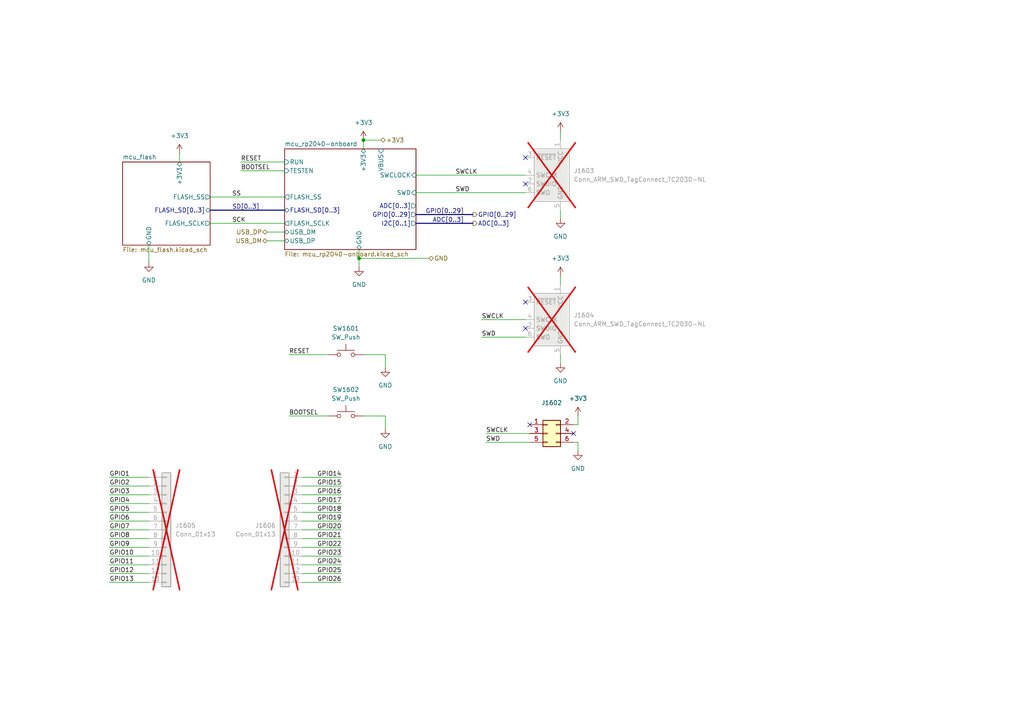
<source format=kicad_sch>
(kicad_sch (version 20231120) (generator "eeschema") (generator_version "8.0")
  (paper "A4")
  (lib_symbols
    (symbol "Connector:Conn_ARM_SWD_TagConnect_TC2030-NL" (in_bom no)
      (property "Reference" "J" (at 2.54 11.43 0))
      (property "Value" "Conn_ARM_SWD_TagConnect_TC2030-NL" (at 2.54 8.89 0))
      (symbol "Conn_ARM_SWD_TagConnect_TC2030-NL_0_0"
        (pin power_in line (at -2.54 10.16 270) (length 2.54) (name "VCC") (number "1"))
        (pin bidirectional line (at 7.62 -2.54 180) (length 2.54) (name "SWDIO") (number "2"))
        (pin open_collector line (at 7.62 5.08 180) (length 2.54) (name "~{RESET}") (number "3"))
        (pin output line (at 7.62 0 180) (length 2.54) (name "SWCLK") (number "4"))
        (pin power_in line (at -2.54 -10.16 90) (length 2.54) (name "GND") (number "5"))
        (pin input line (at 7.62 -5.08 180) (length 2.54) (name "SWO") (number "6"))
      )
      (symbol "Conn_ARM_SWD_TagConnect_TC2030-NL_0_1"
        (rectangle (start -5.08 7.62) (end 5.08 -7.62) (fill (type background)))
      )
    )
    (symbol "Connector_Generic:Conn_01x13" (pin_names (offset 1.016) hide)
      (property "Reference" "J" (at 0 17.78 0))
      (property "Value" "Conn_01x13" (at 0 -17.78 0))
      (symbol "Conn_01x13_1_1"
        (rectangle (start -1.27 -15.113) (end 0 -15.367) (stroke (width 0.1524)))
        (rectangle (start -1.27 -12.573) (end 0 -12.827) (stroke (width 0.1524)))
        (rectangle (start -1.27 -10.033) (end 0 -10.287) (stroke (width 0.1524)))
        (rectangle (start -1.27 -7.493) (end 0 -7.747) (stroke (width 0.1524)))
        (rectangle (start -1.27 -4.953) (end 0 -5.207) (stroke (width 0.1524)))
        (rectangle (start -1.27 -2.413) (end 0 -2.667) (stroke (width 0.1524)))
        (rectangle (start -1.27 0.127) (end 0 -0.127) (stroke (width 0.1524)))
        (rectangle (start -1.27 2.667) (end 0 2.413) (stroke (width 0.1524)))
        (rectangle (start -1.27 5.207) (end 0 4.953) (stroke (width 0.1524)))
        (rectangle (start -1.27 7.747) (end 0 7.493) (stroke (width 0.1524)))
        (rectangle (start -1.27 10.287) (end 0 10.033) (stroke (width 0.1524)))
        (rectangle (start -1.27 12.827) (end 0 12.573) (stroke (width 0.1524)))
        (rectangle (start -1.27 15.367) (end 0 15.113) (stroke (width 0.1524)))
        (rectangle (start -1.27 16.51) (end 1.27 -16.51) (stroke (width 0.254)) (fill (type background)))
        (pin passive line (at -5.08 15.24 0) (length 3.81) (name "Pin_1") (number "1"))
        (pin passive line (at -5.08 -7.62 0) (length 3.81) (name "Pin_10") (number "10"))
        (pin passive line (at -5.08 -10.16 0) (length 3.81) (name "Pin_11") (number "11"))
        (pin passive line (at -5.08 -12.7 0) (length 3.81) (name "Pin_12") (number "12"))
        (pin passive line (at -5.08 -15.24 0) (length 3.81) (name "Pin_13") (number "13"))
        (pin passive line (at -5.08 12.7 0) (length 3.81) (name "Pin_2") (number "2"))
        (pin passive line (at -5.08 10.16 0) (length 3.81) (name "Pin_3") (number "3"))
        (pin passive line (at -5.08 7.62 0) (length 3.81) (name "Pin_4") (number "4"))
        (pin passive line (at -5.08 5.08 0) (length 3.81) (name "Pin_5") (number "5"))
        (pin passive line (at -5.08 2.54 0) (length 3.81) (name "Pin_6") (number "6"))
        (pin passive line (at -5.08 0 0) (length 3.81) (name "Pin_7") (number "7"))
        (pin passive line (at -5.08 -2.54 0) (length 3.81) (name "Pin_8") (number "8"))
        (pin passive line (at -5.08 -5.08 0) (length 3.81) (name "Pin_9") (number "9"))
      )
    )
    (symbol "Connector_Generic:Conn_02x03_Odd_Even" (pin_names (offset 1.016) hide)
      (property "Reference" "J" (at 1.27 5.08 0))
      (property "Value" "Conn_02x03_Odd_Even" (at 1.27 -5.08 0))
      (symbol "Conn_02x03_Odd_Even_1_1"
        (rectangle (start -1.27 -2.413) (end 0 -2.667) (stroke (width 0.1524)))
        (rectangle (start -1.27 0.127) (end 0 -0.127) (stroke (width 0.1524)))
        (rectangle (start -1.27 2.667) (end 0 2.413) (stroke (width 0.1524)))
        (rectangle (start -1.27 3.81) (end 3.81 -3.81) (stroke (width 0.254)) (fill (type background)))
        (rectangle (start 3.81 -2.413) (end 2.54 -2.667) (stroke (width 0.1524)))
        (rectangle (start 3.81 0.127) (end 2.54 -0.127) (stroke (width 0.1524)))
        (rectangle (start 3.81 2.667) (end 2.54 2.413) (stroke (width 0.1524)))
        (pin passive line (at -5.08 2.54 0) (length 3.81) (name "Pin_1") (number "1"))
        (pin passive line (at 7.62 2.54 180) (length 3.81) (name "Pin_2") (number "2"))
        (pin passive line (at -5.08 0 0) (length 3.81) (name "Pin_3") (number "3"))
        (pin passive line (at 7.62 0 180) (length 3.81) (name "Pin_4") (number "4"))
        (pin passive line (at -5.08 -2.54 0) (length 3.81) (name "Pin_5") (number "5"))
        (pin passive line (at 7.62 -2.54 180) (length 3.81) (name "Pin_6") (number "6"))
      )
    )
    (symbol "Switch:SW_Push" (pin_numbers hide) (pin_names (offset 1.016) hide)
      (property "Reference" "SW" (at 1.27 2.54 0))
      (property "Value" "SW_Push" (at 0 -1.524 0))
      (symbol "SW_Push_0_1"
        (circle (center -2.032 0) (radius 0.508))
        (polyline (pts (xy 0 1.27) (xy 0 3.048)))
        (polyline (pts (xy 2.54 1.27) (xy -2.54 1.27)))
        (circle (center 2.032 0) (radius 0.508))
        (pin passive line (at -5.08 0 0) (length 2.54) (name "1") (number "1"))
        (pin passive line (at 5.08 0 180) (length 2.54) (name "2") (number "2"))
      )
    )
    (symbol "power:+3V3" (power) (pin_names (offset 0))
      (property "Value" "+3V3" (at 0 3.556 0))
      (symbol "+3V3_0_1"
        (polyline (pts (xy -0.762 1.27) (xy 0 2.54)))
        (polyline (pts (xy 0 0) (xy 0 2.54)))
        (polyline (pts (xy 0 2.54) (xy 0.762 1.27)))
      )
      (symbol "+3V3_1_1"
        (pin power_in line (at 0 0 90) (length 0) hide (name "+3V3") (number "1"))
      )
    )
    (symbol "power:GND" (power) (pin_names (offset 0))
      (property "Value" "GND" (at 0 -3.81 0))
      (symbol "GND_0_1"
        (polyline (pts (xy 0 0) (xy 0 -1.27) (xy 1.27 -1.27) (xy 0 -2.54) (xy -1.27 -1.27) (xy 0 -1.27)))
      )
      (symbol "GND_1_1"
        (pin power_in line (at 0 0 270) (length 0) hide (name "GND") (number "1"))
      )
    )
  )
  (junction (at 105.41 40.64))
  (junction (at 104.14 74.93))
  (no_connect (at 166.37 125.73))
  (no_connect (at 152.4 87.63))
  (no_connect (at 153.67 123.19))
  (no_connect (at 152.4 45.72))
  (no_connect (at 152.4 53.34))
  (no_connect (at 152.4 95.25))
  (wire (pts (xy 31.75 168.91) (xy 43.18 168.91)))
  (wire (pts (xy 167.64 128.27) (xy 166.37 128.27)))
  (wire (pts (xy 31.75 158.75) (xy 43.18 158.75)))
  (wire (pts (xy 69.85 46.99) (xy 82.55 46.99)))
  (wire (pts (xy 162.56 102.87) (xy 162.56 105.41)))
  (wire (pts (xy 31.75 151.13) (xy 43.18 151.13)))
  (wire (pts (xy 31.75 161.29) (xy 43.18 161.29)))
  (bus (pts (xy 120.65 62.23) (xy 137.16 62.23)))
  (wire (pts (xy 87.63 158.75) (xy 99.06 158.75)))
  (wire (pts (xy 31.75 166.37) (xy 43.18 166.37)))
  (wire (pts (xy 162.56 80.01) (xy 162.56 82.55)))
  (wire (pts (xy 167.64 128.27) (xy 167.64 130.81)))
  (wire (pts (xy 105.41 40.64) (xy 110.49 40.64)))
  (wire (pts (xy 31.75 143.51) (xy 43.18 143.51)))
  (wire (pts (xy 162.56 38.1) (xy 162.56 40.64)))
  (wire (pts (xy 31.75 153.67) (xy 43.18 153.67)))
  (wire (pts (xy 167.64 120.65) (xy 167.64 123.19)))
  (wire (pts (xy 104.14 74.93) (xy 104.14 77.47)))
  (wire (pts (xy 105.41 40.64) (xy 105.41 43.18)))
  (wire (pts (xy 31.75 140.97) (xy 43.18 140.97)))
  (wire (pts (xy 87.63 140.97) (xy 99.06 140.97)))
  (wire (pts (xy 167.64 123.19) (xy 166.37 123.19)))
  (wire (pts (xy 87.63 168.91) (xy 99.06 168.91)))
  (wire (pts (xy 111.76 124.46) (xy 111.76 120.65)))
  (wire (pts (xy 139.7 92.71) (xy 152.4 92.71)))
  (wire (pts (xy 120.65 50.8) (xy 152.4 50.8)))
  (wire (pts (xy 87.63 138.43) (xy 99.06 138.43)))
  (wire (pts (xy 60.96 64.77) (xy 82.55 64.77)))
  (bus (pts (xy 120.65 64.77) (xy 137.16 64.77)))
  (wire (pts (xy 111.76 106.68) (xy 111.76 102.87)))
  (wire (pts (xy 69.85 49.53) (xy 82.55 49.53)))
  (wire (pts (xy 87.63 143.51) (xy 99.06 143.51)))
  (wire (pts (xy 111.76 120.65) (xy 105.41 120.65)))
  (wire (pts (xy 139.7 97.79) (xy 152.4 97.79)))
  (wire (pts (xy 87.63 151.13) (xy 99.06 151.13)))
  (wire (pts (xy 87.63 163.83) (xy 99.06 163.83)))
  (wire (pts (xy 162.56 60.96) (xy 162.56 63.5)))
  (wire (pts (xy 120.65 55.88) (xy 152.4 55.88)))
  (wire (pts (xy 87.63 161.29) (xy 99.06 161.29)))
  (wire (pts (xy 31.75 138.43) (xy 43.18 138.43)))
  (wire (pts (xy 43.18 71.12) (xy 43.18 76.2)))
  (wire (pts (xy 77.47 67.31) (xy 82.55 67.31)))
  (wire (pts (xy 104.14 72.39) (xy 104.14 74.93)))
  (wire (pts (xy 83.82 120.65) (xy 95.25 120.65)))
  (wire (pts (xy 60.96 57.15) (xy 82.55 57.15)))
  (wire (pts (xy 87.63 146.05) (xy 99.06 146.05)))
  (wire (pts (xy 140.97 125.73) (xy 153.67 125.73)))
  (wire (pts (xy 31.75 163.83) (xy 43.18 163.83)))
  (wire (pts (xy 31.75 148.59) (xy 43.18 148.59)))
  (wire (pts (xy 31.75 156.21) (xy 43.18 156.21)))
  (wire (pts (xy 87.63 166.37) (xy 99.06 166.37)))
  (wire (pts (xy 87.63 148.59) (xy 99.06 148.59)))
  (bus (pts (xy 60.96 60.96) (xy 82.55 60.96)))
  (wire (pts (xy 140.97 128.27) (xy 153.67 128.27)))
  (wire (pts (xy 87.63 153.67) (xy 99.06 153.67)))
  (wire (pts (xy 83.82 102.87) (xy 95.25 102.87)))
  (wire (pts (xy 52.07 44.45) (xy 52.07 46.99)))
  (wire (pts (xy 111.76 102.87) (xy 105.41 102.87)))
  (wire (pts (xy 77.47 69.85) (xy 82.55 69.85)))
  (wire (pts (xy 87.63 156.21) (xy 99.06 156.21)))
  (wire (pts (xy 31.75 146.05) (xy 43.18 146.05)))
  (wire (pts (xy 124.46 74.93) (xy 104.14 74.93)))
  (label "GPIO10" (at 31.75 161.29 0))
  (label "GPIO16" (at 99.06 143.51 180))
  (label "SD[0..3]" (at 67.31 60.96 0))
  (label "GPIO5" (at 31.75 148.59 0))
  (label "SWD" (at 140.97 128.27 0))
  (label "GPIO18" (at 99.06 148.59 180))
  (label "SWCLK" (at 132.08 50.8 0))
  (label "GPIO7" (at 31.75 153.67 0))
  (label "GPIO9" (at 31.75 158.75 0))
  (label "GPIO15" (at 99.06 140.97 180))
  (label "GPIO25" (at 99.06 166.37 180))
  (label "GPIO13" (at 31.75 168.91 0))
  (label "GPIO8" (at 31.75 156.21 0))
  (label "GPIO1" (at 31.75 138.43 0))
  (label "BOOTSEL" (at 69.85 49.53 0))
  (label "SWCLK" (at 140.97 125.73 0))
  (label "GPIO19" (at 99.06 151.13 180))
  (label "GPIO[0..29]" (at 134.62 62.23 180))
  (label "SCK" (at 67.31 64.77 0))
  (label "RESET" (at 69.85 46.99 0))
  (label "GPIO3" (at 31.75 143.51 0))
  (label "GPIO17" (at 99.06 146.05 180))
  (label "SS" (at 67.31 57.15 0))
  (label "GPIO20" (at 99.06 153.67 180))
  (label "SWD" (at 132.08 55.88 0))
  (label "GPIO4" (at 31.75 146.05 0))
  (label "GPIO22" (at 99.06 158.75 180))
  (label "GPIO21" (at 99.06 156.21 180))
  (label "GPIO24" (at 99.06 163.83 180))
  (label "ADC[0..3]" (at 134.62 64.77 180))
  (label "SWCLK" (at 139.7 92.71 0))
  (label "RESET" (at 83.82 102.87 0))
  (label "GPIO2" (at 31.75 140.97 0))
  (label "GPIO6" (at 31.75 151.13 0))
  (label "GPIO26" (at 99.06 168.91 180))
  (label "SWD" (at 139.7 97.79 0))
  (label "GPIO23" (at 99.06 161.29 180))
  (label "GPIO14" (at 99.06 138.43 180))
  (label "BOOTSEL" (at 83.82 120.65 0))
  (label "GPIO12" (at 31.75 166.37 0))
  (label "GPIO11" (at 31.75 163.83 0))
  (hierarchical_label "GND" (shape bidirectional) (at 124.46 74.93 0))
  (hierarchical_label "USB_DP" (shape bidirectional) (at 77.47 67.31 180))
  (hierarchical_label "ADC[0..3]" (shape output) (at 137.16 64.77 0))
  (hierarchical_label "+3V3" (shape bidirectional) (at 110.49 40.64 0))
  (hierarchical_label "USB_DM" (shape bidirectional) (at 77.47 69.85 180))
  (hierarchical_label "GPIO[0..29]" (shape output) (at 137.16 62.23 0))
  (symbol (lib_id "power:GND") (at 162.56 105.41 0) (unit 1)
    (property "Reference" "#PWR01610" (effects (hide yes)))
    (property "Value" "GND" (at 162.56 110.49 0))
    (property "Description" "Power symbol creates a global label with name \"GND\" , ground" (effects (hide yes)))
  )
  (symbol (lib_id "power:+3V3") (at 162.56 38.1 0) (unit 1)
    (property "Reference" "#PWR01607" (effects (hide yes)))
    (property "Value" "+3V3" (at 162.56 33.02 0))
    (property "Description" "Power symbol creates a global label with name \"+3V3\"" (effects (hide yes)))
  )
  (symbol (lib_id "Connector:Conn_ARM_SWD_TagConnect_TC2030-NL") (at 160.02 50.8 0) (mirror y) (unit 1) (in_bom no) (dnp yes)
    (property "Reference" "J1603" (at 166.37 49.5299 0) (effects (justify right)))
    (property "Value" "Conn_ARM_SWD_TagConnect_TC2030-NL" (at 166.37 52.0699 0) (effects (justify right)))
    (property "Footprint" "Connector:Tag-Connect_TC2030-IDC-NL_2x03_P1.27mm_Vertical" (effects (hide yes)))
    (property "Datasheet" "https://www.tag-connect.com/wp-content/uploads/bsk-pdf-manager/TC2030-CTX_1.pdf" (effects (hide yes)))
    (property "Description" "Tag-Connect ARM Cortex SWD JTAG connector, 6 pin, no legs" (effects (hide yes)))
  )
  (symbol (lib_id "Connector_Generic:Conn_01x13") (at 82.55 153.67 0) (mirror y) (unit 1) (in_bom no) (dnp yes)
    (property "Reference" "J1606" (at 80.01 152.3999 0) (effects (justify left)))
    (property "Value" "Conn_01x13" (at 80.01 154.9399 0) (effects (justify left)))
    (property "Footprint" "Connector_PinHeader_2.54mm:PinHeader_1x13_P2.54mm_Vertical" (effects (hide yes)))
    (property "Description" "Generic connector, single row, 01x13, script generated (kicad-library-utils/schlib/autogen/connector/)" (effects (hide yes)))
  )
  (symbol (lib_id "power:+3V3") (at 105.41 40.64 0) (unit 1)
    (property "Reference" "#PWR01604" (effects (hide yes)))
    (property "Value" "+3V3" (at 105.41 35.56 0))
    (property "Description" "Power symbol creates a global label with name \"+3V3\"" (effects (hide yes)))
  )
  (symbol (lib_id "power:+3V3") (at 52.07 44.45 0) (unit 1)
    (property "Reference" "#PWR01602" (effects (hide yes)))
    (property "Value" "+3V3" (at 52.07 39.37 0))
    (property "Description" "Power symbol creates a global label with name \"+3V3\"" (effects (hide yes)))
  )
  (symbol (lib_id "power:GND") (at 111.76 106.68 0) (unit 1)
    (property "Reference" "#PWR01605" (effects (hide yes)))
    (property "Value" "GND" (at 111.76 111.76 0))
    (property "Description" "Power symbol creates a global label with name \"GND\" , ground" (effects (hide yes)))
  )
  (symbol (lib_id "Connector:Conn_ARM_SWD_TagConnect_TC2030-NL") (at 160.02 92.71 0) (mirror y) (unit 1) (in_bom no) (dnp yes)
    (property "Reference" "J1604" (at 166.37 91.4399 0) (effects (justify right)))
    (property "Value" "Conn_ARM_SWD_TagConnect_TC2030-NL" (at 166.37 93.9799 0) (effects (justify right)))
    (property "Footprint" "xDuinoRailShield:Tag-Connect_TC2030-IDC-NL_2x03_P1.27mm_Vertical-WithHoles" (effects (hide yes)))
    (property "Datasheet" "https://www.tag-connect.com/wp-content/uploads/bsk-pdf-manager/TC2030-CTX_1.pdf" (effects (hide yes)))
    (property "Description" "Tag-Connect ARM Cortex SWD JTAG connector, 6 pin, no legs" (effects (hide yes)))
  )
  (symbol (lib_id "power:GND") (at 104.14 77.47 0) (unit 1)
    (property "Reference" "#PWR01603" (effects (hide yes)))
    (property "Value" "GND" (at 104.14 82.55 0))
    (property "Description" "Power symbol creates a global label with name \"GND\" , ground" (effects (hide yes)))
  )
  (symbol (lib_id "power:GND") (at 162.56 63.5 0) (unit 1)
    (property "Reference" "#PWR01608" (effects (hide yes)))
    (property "Value" "GND" (at 162.56 68.58 0))
    (property "Description" "Power symbol creates a global label with name \"GND\" , ground" (effects (hide yes)))
  )
  (symbol (lib_id "Connector_Generic:Conn_01x13") (at 48.26 153.67 0) (unit 1) (in_bom no) (dnp yes)
    (property "Reference" "J1605" (at 50.8 152.3999 0) (effects (justify left)))
    (property "Value" "Conn_01x13" (at 50.8 154.9399 0) (effects (justify left)))
    (property "Footprint" "Connector_PinHeader_2.54mm:PinHeader_1x13_P2.54mm_Vertical" (effects (hide yes)))
    (property "Description" "Generic connector, single row, 01x13, script generated (kicad-library-utils/schlib/autogen/connector/)" (effects (hide yes)))
  )
  (symbol (lib_id "Switch:SW_Push") (at 100.33 102.87 0) (unit 1)
    (property "Reference" "SW1601" (at 100.33 95.25 0))
    (property "Value" "SW_Push" (at 100.33 97.79 0))
    (property "Footprint" "Button_Switch_THT:SW_PUSH_6mm" (effects (hide yes)))
    (property "Description" "Push button switch, generic, two pins" (effects (hide yes)))
  )
  (symbol (lib_id "power:GND") (at 43.18 76.2 0) (unit 1)
    (property "Reference" "#PWR01601" (effects (hide yes)))
    (property "Value" "GND" (at 43.18 81.28 0))
    (property "Description" "Power symbol creates a global label with name \"GND\" , ground" (effects (hide yes)))
  )
  (symbol (lib_id "power:+3V3") (at 162.56 80.01 0) (unit 1)
    (property "Reference" "#PWR01609" (effects (hide yes)))
    (property "Value" "+3V3" (at 162.56 74.93 0))
    (property "Description" "Power symbol creates a global label with name \"+3V3\"" (effects (hide yes)))
  )
  (symbol (lib_id "Connector_Generic:Conn_02x03_Odd_Even") (at 158.75 125.73 0) (unit 1)
    (property "Reference" "J1602" (at 160.02 116.84 0))
    (property "Value" "Conn_02x03_Odd_Even" (effects (hide yes)))
    (property "Footprint" "Connector_PinSocket_1.27mm:PinSocket_2x03_P1.27mm_Vertical" (effects (hide yes)))
    (property "Description" "Generic connector, double row, 02x03, odd/even pin numbering scheme (row 1 odd numbers, row 2 even numbers), script generated (kicad-library-utils/schlib/autogen/connector/)" (effects (hide yes)))
  )
  (symbol (lib_id "Switch:SW_Push") (at 100.33 120.65 0) (unit 1)
    (property "Reference" "SW1602" (at 100.33 113.03 0))
    (property "Value" "SW_Push" (at 100.33 115.57 0))
    (property "Footprint" "Button_Switch_THT:SW_PUSH_6mm" (effects (hide yes)))
    (property "Description" "Push button switch, generic, two pins" (effects (hide yes)))
  )
  (symbol (lib_id "power:GND") (at 111.76 124.46 0) (unit 1)
    (property "Reference" "#PWR01606" (effects (hide yes)))
    (property "Value" "GND" (at 111.76 129.54 0))
    (property "Description" "Power symbol creates a global label with name \"GND\" , ground" (effects (hide yes)))
  )
  (symbol (lib_id "power:GND") (at 167.64 130.81 0) (unit 1)
    (property "Reference" "#PWR01612" (effects (hide yes)))
    (property "Value" "GND" (at 167.64 135.89 0))
    (property "Description" "Power symbol creates a global label with name \"GND\" , ground" (effects (hide yes)))
  )
  (symbol (lib_id "power:+3V3") (at 167.64 120.65 0) (unit 1)
    (property "Reference" "#PWR01611" (effects (hide yes)))
    (property "Value" "+3V3" (at 167.64 115.57 0))
    (property "Description" "Power symbol creates a global label with name \"+3V3\"" (effects (hide yes)))
  )
  (sheet (at 35.56 46.99) (size 25.4 24.13) (stroke (width 0.1524))
    (property "Sheetname" "mcu_flash" (at 35.56 46.2784 0) (effects (justify left bottom)))
    (property "Sheetfile" "mcu_flash.kicad_sch" (at 35.56 71.7046 0) (effects (justify left top)))
    (pin "FLASH_SS" output (at 60.96 57.15 0))
    (pin "FLASH_SCLK" output (at 60.96 64.77 0))
    (pin "FLASH_SD[0..3]" bidirectional (at 60.96 60.96 0))
    (pin "GND" bidirectional (at 43.18 71.12 270))
    (pin "+3V3" bidirectional (at 52.07 46.99 90))
  )
  (sheet (at 82.55 43.18) (size 38.1 29.21) (stroke (width 0.1524))
    (property "Sheetname" "mcu_rp2040-onboard" (at 82.55 42.4684 0) (effects (justify left bottom)))
    (property "Sheetfile" "mcu_rp2040-onboard.kicad_sch" (at 82.55 72.9746 0) (effects (justify left top)))
    (pin "VBUS" input (at 110.49 43.18 90))
    (pin "FLASH_SD[0..3]" bidirectional (at 82.55 60.96 180))
    (pin "RUN" input (at 82.55 46.99 180))
    (pin "FLASH_SS" output (at 82.55 57.15 180))
    (pin "SWCLOCK" input (at 120.65 50.8 0))
    (pin "SWD" input (at 120.65 55.88 0))
    (pin "FLASH_SCLK" output (at 82.55 64.77 180))
    (pin "TESTEN" input (at 82.55 49.53 180))
    (pin "+3V3" bidirectional (at 105.41 43.18 90))
    (pin "GND" bidirectional (at 104.14 72.39 270))
    (pin "ADC[0..3]" output (at 120.65 59.69 0))
    (pin "GPIO[0..29]" output (at 120.65 62.23 0))
    (pin "I2C[0..1]" output (at 120.65 64.77 0))
    (pin "USB_DM" bidirectional (at 82.55 67.31 180))
    (pin "USB_DP" bidirectional (at 82.55 69.85 180))
  )
)
</source>
